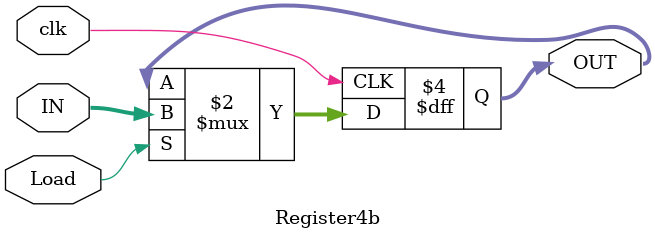
<source format=v>
`timescale 1ns / 1ps
module Register4b(
	input wire clk,
	input wire [3:0]IN,
	input wire Load,
	output reg [3:0]OUT
    );
	
	always @ (posedge clk) begin
		if (Load) OUT <= IN;
	end
	
	

endmodule

</source>
